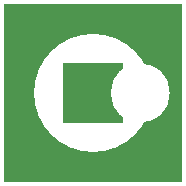
<source format=gbr>
From 7cd6acf12670f3773113f67ed2acb35cb21c32a0 Mon Sep 17 00:00:00 2001
From: Garret Fick <garret@ficksworkshop.com>
Date: Sun, 24 Jul 2016 17:08:47 +0800
Subject: Add many render tests based on the Umaco gerger specification. Fix
 multiple rendering bugs, especially related to holes in flashed apertures

---
 gerber/tests/resources/example_level_holes.gbr | 39 ++++++++++++++++++++++++++
 1 file changed, 39 insertions(+)
 create mode 100644 gerber/tests/resources/example_level_holes.gbr

(limited to 'gerber/tests/resources/example_level_holes.gbr')

diff --git a/gerber/tests/resources/example_level_holes.gbr b/gerber/tests/resources/example_level_holes.gbr
new file mode 100644
index 0000000..1b4e189
--- /dev/null
+++ b/gerber/tests/resources/example_level_holes.gbr
@@ -0,0 +1,39 @@
+G04 This file illustrates how to use levels to create holes*
+%FSLAX25Y25*%
+%MOMM*%
+G01*
+G04 First level: big square - dark polarity*
+%LPD*%
+G36*
+X250000Y250000D02*
+X1750000D01*
+Y1750000D01*
+X250000D01*
+Y250000D01*
+G37*
+G04 Second level: big circle - clear polarity*
+%LPC*%
+G36*
+G75*
+X500000Y1000000D02*
+G03*
+X500000Y1000000I500000J0D01*
+G37*
+G04 Third level: small square - dark polarity*
+%LPD*%
+G36*
+X750000Y750000D02*
+X1250000D01*
+Y1250000D01*
+X750000D01*
+Y750000D01*
+G37*
+G04 Fourth level: small circle - clear polarity*
+%LPC*%
+G36*
+G75*
+X1150000Y1000000D02*
+G03*
+X1150000Y1000000I250000J0D01*
+G37*
+M02*
\ No newline at end of file
-- 
cgit 


</source>
